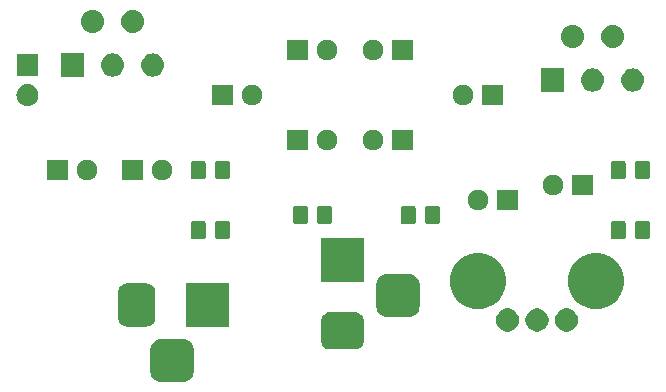
<source format=gts>
G04 #@! TF.GenerationSoftware,KiCad,Pcbnew,5.0.2+dfsg1-1~bpo9+1*
G04 #@! TF.CreationDate,2020-02-19T00:58:44-05:00*
G04 #@! TF.ProjectId,pcb_amp,7063625f-616d-4702-9e6b-696361645f70,rev?*
G04 #@! TF.SameCoordinates,Original*
G04 #@! TF.FileFunction,Soldermask,Top*
G04 #@! TF.FilePolarity,Negative*
%FSLAX46Y46*%
G04 Gerber Fmt 4.6, Leading zero omitted, Abs format (unit mm)*
G04 Created by KiCad (PCBNEW 5.0.2+dfsg1-1~bpo9+1) date Wed 19 Feb 2020 12:58:44 AM EST*
%MOMM*%
%LPD*%
G01*
G04 APERTURE LIST*
%ADD10C,0.100000*%
G04 APERTURE END LIST*
D10*
G36*
X121301630Y-109571097D02*
X121468113Y-109621599D01*
X121621545Y-109703610D01*
X121756025Y-109813975D01*
X121866390Y-109948455D01*
X121948401Y-110101887D01*
X121998903Y-110268370D01*
X122016200Y-110443991D01*
X122016200Y-112316009D01*
X121998903Y-112491630D01*
X121948401Y-112658113D01*
X121866390Y-112811545D01*
X121756025Y-112946025D01*
X121621545Y-113056390D01*
X121468113Y-113138401D01*
X121301630Y-113188903D01*
X121126009Y-113206200D01*
X119253991Y-113206200D01*
X119078370Y-113188903D01*
X118911887Y-113138401D01*
X118758455Y-113056390D01*
X118623975Y-112946025D01*
X118513610Y-112811545D01*
X118431599Y-112658113D01*
X118381097Y-112491630D01*
X118363800Y-112316009D01*
X118363800Y-110443991D01*
X118381097Y-110268370D01*
X118431599Y-110101887D01*
X118513610Y-109948455D01*
X118623975Y-109813975D01*
X118758455Y-109703610D01*
X118911887Y-109621599D01*
X119078370Y-109571097D01*
X119253991Y-109553800D01*
X121126009Y-109553800D01*
X121301630Y-109571097D01*
X121301630Y-109571097D01*
G37*
G36*
X135832243Y-107308695D02*
X135975279Y-107352085D01*
X136107098Y-107422543D01*
X136222636Y-107517364D01*
X136317457Y-107632902D01*
X136387915Y-107764721D01*
X136431305Y-107907757D01*
X136446200Y-108058991D01*
X136446200Y-109681009D01*
X136431305Y-109832243D01*
X136387915Y-109975279D01*
X136317457Y-110107098D01*
X136222636Y-110222636D01*
X136107098Y-110317457D01*
X135975279Y-110387915D01*
X135832243Y-110431305D01*
X135681009Y-110446200D01*
X133558991Y-110446200D01*
X133407757Y-110431305D01*
X133264721Y-110387915D01*
X133132902Y-110317457D01*
X133017364Y-110222636D01*
X132922543Y-110107098D01*
X132852085Y-109975279D01*
X132808695Y-109832243D01*
X132793800Y-109681009D01*
X132793800Y-108058991D01*
X132808695Y-107907757D01*
X132852085Y-107764721D01*
X132922543Y-107632902D01*
X133017364Y-107517364D01*
X133132902Y-107422543D01*
X133264721Y-107352085D01*
X133407757Y-107308695D01*
X133558991Y-107293800D01*
X135681009Y-107293800D01*
X135832243Y-107308695D01*
X135832243Y-107308695D01*
G37*
G36*
X148874749Y-107011315D02*
X149052402Y-107084902D01*
X149052404Y-107084903D01*
X149212291Y-107191736D01*
X149348264Y-107327709D01*
X149414354Y-107426619D01*
X149455098Y-107487598D01*
X149528685Y-107665251D01*
X149566200Y-107853853D01*
X149566200Y-108046147D01*
X149528685Y-108234749D01*
X149508849Y-108282636D01*
X149455097Y-108412404D01*
X149348264Y-108572291D01*
X149212291Y-108708264D01*
X149052404Y-108815097D01*
X149052403Y-108815098D01*
X149052402Y-108815098D01*
X148874749Y-108888685D01*
X148686147Y-108926200D01*
X148493853Y-108926200D01*
X148305251Y-108888685D01*
X148127598Y-108815098D01*
X148127597Y-108815098D01*
X148127596Y-108815097D01*
X147967709Y-108708264D01*
X147831736Y-108572291D01*
X147724903Y-108412404D01*
X147671151Y-108282636D01*
X147651315Y-108234749D01*
X147613800Y-108046147D01*
X147613800Y-107853853D01*
X147651315Y-107665251D01*
X147724902Y-107487598D01*
X147765647Y-107426619D01*
X147831736Y-107327709D01*
X147967709Y-107191736D01*
X148127596Y-107084903D01*
X148127598Y-107084902D01*
X148305251Y-107011315D01*
X148493853Y-106973800D01*
X148686147Y-106973800D01*
X148874749Y-107011315D01*
X148874749Y-107011315D01*
G37*
G36*
X153874749Y-107011315D02*
X154052402Y-107084902D01*
X154052404Y-107084903D01*
X154212291Y-107191736D01*
X154348264Y-107327709D01*
X154414354Y-107426619D01*
X154455098Y-107487598D01*
X154528685Y-107665251D01*
X154566200Y-107853853D01*
X154566200Y-108046147D01*
X154528685Y-108234749D01*
X154508849Y-108282636D01*
X154455097Y-108412404D01*
X154348264Y-108572291D01*
X154212291Y-108708264D01*
X154052404Y-108815097D01*
X154052403Y-108815098D01*
X154052402Y-108815098D01*
X153874749Y-108888685D01*
X153686147Y-108926200D01*
X153493853Y-108926200D01*
X153305251Y-108888685D01*
X153127598Y-108815098D01*
X153127597Y-108815098D01*
X153127596Y-108815097D01*
X152967709Y-108708264D01*
X152831736Y-108572291D01*
X152724903Y-108412404D01*
X152671151Y-108282636D01*
X152651315Y-108234749D01*
X152613800Y-108046147D01*
X152613800Y-107853853D01*
X152651315Y-107665251D01*
X152724902Y-107487598D01*
X152765647Y-107426619D01*
X152831736Y-107327709D01*
X152967709Y-107191736D01*
X153127596Y-107084903D01*
X153127598Y-107084902D01*
X153305251Y-107011315D01*
X153493853Y-106973800D01*
X153686147Y-106973800D01*
X153874749Y-107011315D01*
X153874749Y-107011315D01*
G37*
G36*
X151374749Y-107011315D02*
X151552402Y-107084902D01*
X151552404Y-107084903D01*
X151712291Y-107191736D01*
X151848264Y-107327709D01*
X151914354Y-107426619D01*
X151955098Y-107487598D01*
X152028685Y-107665251D01*
X152066200Y-107853853D01*
X152066200Y-108046147D01*
X152028685Y-108234749D01*
X152008849Y-108282636D01*
X151955097Y-108412404D01*
X151848264Y-108572291D01*
X151712291Y-108708264D01*
X151552404Y-108815097D01*
X151552403Y-108815098D01*
X151552402Y-108815098D01*
X151374749Y-108888685D01*
X151186147Y-108926200D01*
X150993853Y-108926200D01*
X150805251Y-108888685D01*
X150627598Y-108815098D01*
X150627597Y-108815098D01*
X150627596Y-108815097D01*
X150467709Y-108708264D01*
X150331736Y-108572291D01*
X150224903Y-108412404D01*
X150171151Y-108282636D01*
X150151315Y-108234749D01*
X150113800Y-108046147D01*
X150113800Y-107853853D01*
X150151315Y-107665251D01*
X150224902Y-107487598D01*
X150265647Y-107426619D01*
X150331736Y-107327709D01*
X150467709Y-107191736D01*
X150627596Y-107084903D01*
X150627598Y-107084902D01*
X150805251Y-107011315D01*
X150993853Y-106973800D01*
X151186147Y-106973800D01*
X151374749Y-107011315D01*
X151374749Y-107011315D01*
G37*
G36*
X125016200Y-108506200D02*
X121363800Y-108506200D01*
X121363800Y-104853800D01*
X125016200Y-104853800D01*
X125016200Y-108506200D01*
X125016200Y-108506200D01*
G37*
G36*
X118152243Y-104868695D02*
X118295279Y-104912085D01*
X118427098Y-104982543D01*
X118542636Y-105077364D01*
X118637457Y-105192902D01*
X118707915Y-105324721D01*
X118751305Y-105467757D01*
X118766200Y-105618991D01*
X118766200Y-107741009D01*
X118751305Y-107892243D01*
X118707915Y-108035279D01*
X118637457Y-108167098D01*
X118542636Y-108282636D01*
X118427098Y-108377457D01*
X118295279Y-108447915D01*
X118152243Y-108491305D01*
X118001009Y-108506200D01*
X116378991Y-108506200D01*
X116227757Y-108491305D01*
X116084721Y-108447915D01*
X115952902Y-108377457D01*
X115837364Y-108282636D01*
X115742543Y-108167098D01*
X115672085Y-108035279D01*
X115628695Y-107892243D01*
X115613800Y-107741009D01*
X115613800Y-105618991D01*
X115628695Y-105467757D01*
X115672085Y-105324721D01*
X115742543Y-105192902D01*
X115837364Y-105077364D01*
X115952902Y-104982543D01*
X116084721Y-104912085D01*
X116227757Y-104868695D01*
X116378991Y-104853800D01*
X118001009Y-104853800D01*
X118152243Y-104868695D01*
X118152243Y-104868695D01*
G37*
G36*
X140431630Y-104061097D02*
X140598113Y-104111599D01*
X140751545Y-104193610D01*
X140886025Y-104303975D01*
X140996390Y-104438455D01*
X141078401Y-104591887D01*
X141128903Y-104758370D01*
X141146200Y-104933991D01*
X141146200Y-106806009D01*
X141128903Y-106981630D01*
X141078401Y-107148113D01*
X140996390Y-107301545D01*
X140886025Y-107436025D01*
X140751545Y-107546390D01*
X140598113Y-107628401D01*
X140431630Y-107678903D01*
X140256009Y-107696200D01*
X138383991Y-107696200D01*
X138208370Y-107678903D01*
X138041887Y-107628401D01*
X137888455Y-107546390D01*
X137753975Y-107436025D01*
X137643610Y-107301545D01*
X137561599Y-107148113D01*
X137511097Y-106981630D01*
X137493800Y-106806009D01*
X137493800Y-104933991D01*
X137511097Y-104758370D01*
X137561599Y-104591887D01*
X137643610Y-104438455D01*
X137753975Y-104303975D01*
X137888455Y-104193610D01*
X138041887Y-104111599D01*
X138208370Y-104061097D01*
X138383991Y-104043800D01*
X140256009Y-104043800D01*
X140431630Y-104061097D01*
X140431630Y-104061097D01*
G37*
G36*
X156783114Y-102365116D02*
X157117585Y-102503659D01*
X157215553Y-102544239D01*
X157604739Y-102804285D01*
X157935715Y-103135261D01*
X158195761Y-103524447D01*
X158195762Y-103524450D01*
X158374884Y-103956886D01*
X158466200Y-104415965D01*
X158466200Y-104884035D01*
X158374884Y-105343114D01*
X158314808Y-105488149D01*
X158195761Y-105775553D01*
X157935715Y-106164739D01*
X157604739Y-106495715D01*
X157215553Y-106755761D01*
X157149551Y-106783100D01*
X156783114Y-106934884D01*
X156324035Y-107026200D01*
X155855965Y-107026200D01*
X155396886Y-106934884D01*
X155030449Y-106783100D01*
X154964447Y-106755761D01*
X154575261Y-106495715D01*
X154244285Y-106164739D01*
X153984239Y-105775553D01*
X153865192Y-105488149D01*
X153805116Y-105343114D01*
X153713800Y-104884035D01*
X153713800Y-104415965D01*
X153805116Y-103956886D01*
X153984238Y-103524450D01*
X153984239Y-103524447D01*
X154244285Y-103135261D01*
X154575261Y-102804285D01*
X154964447Y-102544239D01*
X155062415Y-102503659D01*
X155396886Y-102365116D01*
X155855965Y-102273800D01*
X156324035Y-102273800D01*
X156783114Y-102365116D01*
X156783114Y-102365116D01*
G37*
G36*
X146783114Y-102365116D02*
X147117585Y-102503659D01*
X147215553Y-102544239D01*
X147604739Y-102804285D01*
X147935715Y-103135261D01*
X148195761Y-103524447D01*
X148195762Y-103524450D01*
X148374884Y-103956886D01*
X148466200Y-104415965D01*
X148466200Y-104884035D01*
X148374884Y-105343114D01*
X148314808Y-105488149D01*
X148195761Y-105775553D01*
X147935715Y-106164739D01*
X147604739Y-106495715D01*
X147215553Y-106755761D01*
X147149551Y-106783100D01*
X146783114Y-106934884D01*
X146324035Y-107026200D01*
X145855965Y-107026200D01*
X145396886Y-106934884D01*
X145030449Y-106783100D01*
X144964447Y-106755761D01*
X144575261Y-106495715D01*
X144244285Y-106164739D01*
X143984239Y-105775553D01*
X143865192Y-105488149D01*
X143805116Y-105343114D01*
X143713800Y-104884035D01*
X143713800Y-104415965D01*
X143805116Y-103956886D01*
X143984238Y-103524450D01*
X143984239Y-103524447D01*
X144244285Y-103135261D01*
X144575261Y-102804285D01*
X144964447Y-102544239D01*
X145062415Y-102503659D01*
X145396886Y-102365116D01*
X145855965Y-102273800D01*
X146324035Y-102273800D01*
X146783114Y-102365116D01*
X146783114Y-102365116D01*
G37*
G36*
X136446200Y-104696200D02*
X132793800Y-104696200D01*
X132793800Y-101043800D01*
X136446200Y-101043800D01*
X136446200Y-104696200D01*
X136446200Y-104696200D01*
G37*
G36*
X124906368Y-99558929D02*
X124954050Y-99573393D01*
X124997992Y-99596881D01*
X125036509Y-99628491D01*
X125068119Y-99667008D01*
X125091607Y-99710950D01*
X125106071Y-99758632D01*
X125111200Y-99810709D01*
X125111200Y-100849291D01*
X125106071Y-100901368D01*
X125091607Y-100949050D01*
X125068119Y-100992992D01*
X125036509Y-101031509D01*
X124997992Y-101063119D01*
X124954050Y-101086607D01*
X124906368Y-101101071D01*
X124854291Y-101106200D01*
X124065709Y-101106200D01*
X124013632Y-101101071D01*
X123965950Y-101086607D01*
X123922008Y-101063119D01*
X123883491Y-101031509D01*
X123851881Y-100992992D01*
X123828393Y-100949050D01*
X123813929Y-100901368D01*
X123808800Y-100849291D01*
X123808800Y-99810709D01*
X123813929Y-99758632D01*
X123828393Y-99710950D01*
X123851881Y-99667008D01*
X123883491Y-99628491D01*
X123922008Y-99596881D01*
X123965950Y-99573393D01*
X124013632Y-99558929D01*
X124065709Y-99553800D01*
X124854291Y-99553800D01*
X124906368Y-99558929D01*
X124906368Y-99558929D01*
G37*
G36*
X158416368Y-99558929D02*
X158464050Y-99573393D01*
X158507992Y-99596881D01*
X158546509Y-99628491D01*
X158578119Y-99667008D01*
X158601607Y-99710950D01*
X158616071Y-99758632D01*
X158621200Y-99810709D01*
X158621200Y-100849291D01*
X158616071Y-100901368D01*
X158601607Y-100949050D01*
X158578119Y-100992992D01*
X158546509Y-101031509D01*
X158507992Y-101063119D01*
X158464050Y-101086607D01*
X158416368Y-101101071D01*
X158364291Y-101106200D01*
X157575709Y-101106200D01*
X157523632Y-101101071D01*
X157475950Y-101086607D01*
X157432008Y-101063119D01*
X157393491Y-101031509D01*
X157361881Y-100992992D01*
X157338393Y-100949050D01*
X157323929Y-100901368D01*
X157318800Y-100849291D01*
X157318800Y-99810709D01*
X157323929Y-99758632D01*
X157338393Y-99710950D01*
X157361881Y-99667008D01*
X157393491Y-99628491D01*
X157432008Y-99596881D01*
X157475950Y-99573393D01*
X157523632Y-99558929D01*
X157575709Y-99553800D01*
X158364291Y-99553800D01*
X158416368Y-99558929D01*
X158416368Y-99558929D01*
G37*
G36*
X160466368Y-99558929D02*
X160514050Y-99573393D01*
X160557992Y-99596881D01*
X160596509Y-99628491D01*
X160628119Y-99667008D01*
X160651607Y-99710950D01*
X160666071Y-99758632D01*
X160671200Y-99810709D01*
X160671200Y-100849291D01*
X160666071Y-100901368D01*
X160651607Y-100949050D01*
X160628119Y-100992992D01*
X160596509Y-101031509D01*
X160557992Y-101063119D01*
X160514050Y-101086607D01*
X160466368Y-101101071D01*
X160414291Y-101106200D01*
X159625709Y-101106200D01*
X159573632Y-101101071D01*
X159525950Y-101086607D01*
X159482008Y-101063119D01*
X159443491Y-101031509D01*
X159411881Y-100992992D01*
X159388393Y-100949050D01*
X159373929Y-100901368D01*
X159368800Y-100849291D01*
X159368800Y-99810709D01*
X159373929Y-99758632D01*
X159388393Y-99710950D01*
X159411881Y-99667008D01*
X159443491Y-99628491D01*
X159482008Y-99596881D01*
X159525950Y-99573393D01*
X159573632Y-99558929D01*
X159625709Y-99553800D01*
X160414291Y-99553800D01*
X160466368Y-99558929D01*
X160466368Y-99558929D01*
G37*
G36*
X122856368Y-99558929D02*
X122904050Y-99573393D01*
X122947992Y-99596881D01*
X122986509Y-99628491D01*
X123018119Y-99667008D01*
X123041607Y-99710950D01*
X123056071Y-99758632D01*
X123061200Y-99810709D01*
X123061200Y-100849291D01*
X123056071Y-100901368D01*
X123041607Y-100949050D01*
X123018119Y-100992992D01*
X122986509Y-101031509D01*
X122947992Y-101063119D01*
X122904050Y-101086607D01*
X122856368Y-101101071D01*
X122804291Y-101106200D01*
X122015709Y-101106200D01*
X121963632Y-101101071D01*
X121915950Y-101086607D01*
X121872008Y-101063119D01*
X121833491Y-101031509D01*
X121801881Y-100992992D01*
X121778393Y-100949050D01*
X121763929Y-100901368D01*
X121758800Y-100849291D01*
X121758800Y-99810709D01*
X121763929Y-99758632D01*
X121778393Y-99710950D01*
X121801881Y-99667008D01*
X121833491Y-99628491D01*
X121872008Y-99596881D01*
X121915950Y-99573393D01*
X121963632Y-99558929D01*
X122015709Y-99553800D01*
X122804291Y-99553800D01*
X122856368Y-99558929D01*
X122856368Y-99558929D01*
G37*
G36*
X131501368Y-98288929D02*
X131549050Y-98303393D01*
X131592992Y-98326881D01*
X131631509Y-98358491D01*
X131663119Y-98397008D01*
X131686607Y-98440950D01*
X131701071Y-98488632D01*
X131706200Y-98540709D01*
X131706200Y-99579291D01*
X131701071Y-99631368D01*
X131686607Y-99679050D01*
X131663119Y-99722992D01*
X131631509Y-99761509D01*
X131592992Y-99793119D01*
X131549050Y-99816607D01*
X131501368Y-99831071D01*
X131449291Y-99836200D01*
X130660709Y-99836200D01*
X130608632Y-99831071D01*
X130560950Y-99816607D01*
X130517008Y-99793119D01*
X130478491Y-99761509D01*
X130446881Y-99722992D01*
X130423393Y-99679050D01*
X130408929Y-99631368D01*
X130403800Y-99579291D01*
X130403800Y-98540709D01*
X130408929Y-98488632D01*
X130423393Y-98440950D01*
X130446881Y-98397008D01*
X130478491Y-98358491D01*
X130517008Y-98326881D01*
X130560950Y-98303393D01*
X130608632Y-98288929D01*
X130660709Y-98283800D01*
X131449291Y-98283800D01*
X131501368Y-98288929D01*
X131501368Y-98288929D01*
G37*
G36*
X133551368Y-98288929D02*
X133599050Y-98303393D01*
X133642992Y-98326881D01*
X133681509Y-98358491D01*
X133713119Y-98397008D01*
X133736607Y-98440950D01*
X133751071Y-98488632D01*
X133756200Y-98540709D01*
X133756200Y-99579291D01*
X133751071Y-99631368D01*
X133736607Y-99679050D01*
X133713119Y-99722992D01*
X133681509Y-99761509D01*
X133642992Y-99793119D01*
X133599050Y-99816607D01*
X133551368Y-99831071D01*
X133499291Y-99836200D01*
X132710709Y-99836200D01*
X132658632Y-99831071D01*
X132610950Y-99816607D01*
X132567008Y-99793119D01*
X132528491Y-99761509D01*
X132496881Y-99722992D01*
X132473393Y-99679050D01*
X132458929Y-99631368D01*
X132453800Y-99579291D01*
X132453800Y-98540709D01*
X132458929Y-98488632D01*
X132473393Y-98440950D01*
X132496881Y-98397008D01*
X132528491Y-98358491D01*
X132567008Y-98326881D01*
X132610950Y-98303393D01*
X132658632Y-98288929D01*
X132710709Y-98283800D01*
X133499291Y-98283800D01*
X133551368Y-98288929D01*
X133551368Y-98288929D01*
G37*
G36*
X142686368Y-98288929D02*
X142734050Y-98303393D01*
X142777992Y-98326881D01*
X142816509Y-98358491D01*
X142848119Y-98397008D01*
X142871607Y-98440950D01*
X142886071Y-98488632D01*
X142891200Y-98540709D01*
X142891200Y-99579291D01*
X142886071Y-99631368D01*
X142871607Y-99679050D01*
X142848119Y-99722992D01*
X142816509Y-99761509D01*
X142777992Y-99793119D01*
X142734050Y-99816607D01*
X142686368Y-99831071D01*
X142634291Y-99836200D01*
X141845709Y-99836200D01*
X141793632Y-99831071D01*
X141745950Y-99816607D01*
X141702008Y-99793119D01*
X141663491Y-99761509D01*
X141631881Y-99722992D01*
X141608393Y-99679050D01*
X141593929Y-99631368D01*
X141588800Y-99579291D01*
X141588800Y-98540709D01*
X141593929Y-98488632D01*
X141608393Y-98440950D01*
X141631881Y-98397008D01*
X141663491Y-98358491D01*
X141702008Y-98326881D01*
X141745950Y-98303393D01*
X141793632Y-98288929D01*
X141845709Y-98283800D01*
X142634291Y-98283800D01*
X142686368Y-98288929D01*
X142686368Y-98288929D01*
G37*
G36*
X140636368Y-98288929D02*
X140684050Y-98303393D01*
X140727992Y-98326881D01*
X140766509Y-98358491D01*
X140798119Y-98397008D01*
X140821607Y-98440950D01*
X140836071Y-98488632D01*
X140841200Y-98540709D01*
X140841200Y-99579291D01*
X140836071Y-99631368D01*
X140821607Y-99679050D01*
X140798119Y-99722992D01*
X140766509Y-99761509D01*
X140727992Y-99793119D01*
X140684050Y-99816607D01*
X140636368Y-99831071D01*
X140584291Y-99836200D01*
X139795709Y-99836200D01*
X139743632Y-99831071D01*
X139695950Y-99816607D01*
X139652008Y-99793119D01*
X139613491Y-99761509D01*
X139581881Y-99722992D01*
X139558393Y-99679050D01*
X139543929Y-99631368D01*
X139538800Y-99579291D01*
X139538800Y-98540709D01*
X139543929Y-98488632D01*
X139558393Y-98440950D01*
X139581881Y-98397008D01*
X139613491Y-98358491D01*
X139652008Y-98326881D01*
X139695950Y-98303393D01*
X139743632Y-98288929D01*
X139795709Y-98283800D01*
X140584291Y-98283800D01*
X140636368Y-98288929D01*
X140636368Y-98288929D01*
G37*
G36*
X149466200Y-98666200D02*
X147713800Y-98666200D01*
X147713800Y-96913800D01*
X149466200Y-96913800D01*
X149466200Y-98666200D01*
X149466200Y-98666200D01*
G37*
G36*
X146345578Y-96947471D02*
X146505037Y-97013521D01*
X146648545Y-97109411D01*
X146770589Y-97231455D01*
X146866479Y-97374963D01*
X146932529Y-97534422D01*
X146966200Y-97703702D01*
X146966200Y-97876298D01*
X146932529Y-98045578D01*
X146866479Y-98205037D01*
X146770589Y-98348545D01*
X146648545Y-98470589D01*
X146505037Y-98566479D01*
X146345578Y-98632529D01*
X146176298Y-98666200D01*
X146003702Y-98666200D01*
X145834422Y-98632529D01*
X145674963Y-98566479D01*
X145531455Y-98470589D01*
X145409411Y-98348545D01*
X145313521Y-98205037D01*
X145247471Y-98045578D01*
X145213800Y-97876298D01*
X145213800Y-97703702D01*
X145247471Y-97534422D01*
X145313521Y-97374963D01*
X145409411Y-97231455D01*
X145531455Y-97109411D01*
X145674963Y-97013521D01*
X145834422Y-96947471D01*
X146003702Y-96913800D01*
X146176298Y-96913800D01*
X146345578Y-96947471D01*
X146345578Y-96947471D01*
G37*
G36*
X155816200Y-97396200D02*
X154063800Y-97396200D01*
X154063800Y-95643800D01*
X155816200Y-95643800D01*
X155816200Y-97396200D01*
X155816200Y-97396200D01*
G37*
G36*
X152695578Y-95677471D02*
X152855037Y-95743521D01*
X152998545Y-95839411D01*
X153120589Y-95961455D01*
X153216479Y-96104963D01*
X153282529Y-96264422D01*
X153316200Y-96433702D01*
X153316200Y-96606298D01*
X153282529Y-96775578D01*
X153216479Y-96935037D01*
X153120589Y-97078545D01*
X152998545Y-97200589D01*
X152855037Y-97296479D01*
X152695578Y-97362529D01*
X152526298Y-97396200D01*
X152353702Y-97396200D01*
X152184422Y-97362529D01*
X152024963Y-97296479D01*
X151881455Y-97200589D01*
X151759411Y-97078545D01*
X151663521Y-96935037D01*
X151597471Y-96775578D01*
X151563800Y-96606298D01*
X151563800Y-96433702D01*
X151597471Y-96264422D01*
X151663521Y-96104963D01*
X151759411Y-95961455D01*
X151881455Y-95839411D01*
X152024963Y-95743521D01*
X152184422Y-95677471D01*
X152353702Y-95643800D01*
X152526298Y-95643800D01*
X152695578Y-95677471D01*
X152695578Y-95677471D01*
G37*
G36*
X117716200Y-96126200D02*
X115963800Y-96126200D01*
X115963800Y-94373800D01*
X117716200Y-94373800D01*
X117716200Y-96126200D01*
X117716200Y-96126200D01*
G37*
G36*
X113245578Y-94407471D02*
X113405037Y-94473521D01*
X113548545Y-94569411D01*
X113670589Y-94691455D01*
X113766479Y-94834963D01*
X113832529Y-94994422D01*
X113866200Y-95163702D01*
X113866200Y-95336298D01*
X113832529Y-95505578D01*
X113766479Y-95665037D01*
X113670589Y-95808545D01*
X113548545Y-95930589D01*
X113405037Y-96026479D01*
X113245578Y-96092529D01*
X113076298Y-96126200D01*
X112903702Y-96126200D01*
X112734422Y-96092529D01*
X112574963Y-96026479D01*
X112431455Y-95930589D01*
X112309411Y-95808545D01*
X112213521Y-95665037D01*
X112147471Y-95505578D01*
X112113800Y-95336298D01*
X112113800Y-95163702D01*
X112147471Y-94994422D01*
X112213521Y-94834963D01*
X112309411Y-94691455D01*
X112431455Y-94569411D01*
X112574963Y-94473521D01*
X112734422Y-94407471D01*
X112903702Y-94373800D01*
X113076298Y-94373800D01*
X113245578Y-94407471D01*
X113245578Y-94407471D01*
G37*
G36*
X111366200Y-96126200D02*
X109613800Y-96126200D01*
X109613800Y-94373800D01*
X111366200Y-94373800D01*
X111366200Y-96126200D01*
X111366200Y-96126200D01*
G37*
G36*
X119595578Y-94407471D02*
X119755037Y-94473521D01*
X119898545Y-94569411D01*
X120020589Y-94691455D01*
X120116479Y-94834963D01*
X120182529Y-94994422D01*
X120216200Y-95163702D01*
X120216200Y-95336298D01*
X120182529Y-95505578D01*
X120116479Y-95665037D01*
X120020589Y-95808545D01*
X119898545Y-95930589D01*
X119755037Y-96026479D01*
X119595578Y-96092529D01*
X119426298Y-96126200D01*
X119253702Y-96126200D01*
X119084422Y-96092529D01*
X118924963Y-96026479D01*
X118781455Y-95930589D01*
X118659411Y-95808545D01*
X118563521Y-95665037D01*
X118497471Y-95505578D01*
X118463800Y-95336298D01*
X118463800Y-95163702D01*
X118497471Y-94994422D01*
X118563521Y-94834963D01*
X118659411Y-94691455D01*
X118781455Y-94569411D01*
X118924963Y-94473521D01*
X119084422Y-94407471D01*
X119253702Y-94373800D01*
X119426298Y-94373800D01*
X119595578Y-94407471D01*
X119595578Y-94407471D01*
G37*
G36*
X158416368Y-94478929D02*
X158464050Y-94493393D01*
X158507992Y-94516881D01*
X158546509Y-94548491D01*
X158578119Y-94587008D01*
X158601607Y-94630950D01*
X158616071Y-94678632D01*
X158621200Y-94730709D01*
X158621200Y-95769291D01*
X158616071Y-95821368D01*
X158601607Y-95869050D01*
X158578119Y-95912992D01*
X158546509Y-95951509D01*
X158507992Y-95983119D01*
X158464050Y-96006607D01*
X158416368Y-96021071D01*
X158364291Y-96026200D01*
X157575709Y-96026200D01*
X157523632Y-96021071D01*
X157475950Y-96006607D01*
X157432008Y-95983119D01*
X157393491Y-95951509D01*
X157361881Y-95912992D01*
X157338393Y-95869050D01*
X157323929Y-95821368D01*
X157318800Y-95769291D01*
X157318800Y-94730709D01*
X157323929Y-94678632D01*
X157338393Y-94630950D01*
X157361881Y-94587008D01*
X157393491Y-94548491D01*
X157432008Y-94516881D01*
X157475950Y-94493393D01*
X157523632Y-94478929D01*
X157575709Y-94473800D01*
X158364291Y-94473800D01*
X158416368Y-94478929D01*
X158416368Y-94478929D01*
G37*
G36*
X122856368Y-94478929D02*
X122904050Y-94493393D01*
X122947992Y-94516881D01*
X122986509Y-94548491D01*
X123018119Y-94587008D01*
X123041607Y-94630950D01*
X123056071Y-94678632D01*
X123061200Y-94730709D01*
X123061200Y-95769291D01*
X123056071Y-95821368D01*
X123041607Y-95869050D01*
X123018119Y-95912992D01*
X122986509Y-95951509D01*
X122947992Y-95983119D01*
X122904050Y-96006607D01*
X122856368Y-96021071D01*
X122804291Y-96026200D01*
X122015709Y-96026200D01*
X121963632Y-96021071D01*
X121915950Y-96006607D01*
X121872008Y-95983119D01*
X121833491Y-95951509D01*
X121801881Y-95912992D01*
X121778393Y-95869050D01*
X121763929Y-95821368D01*
X121758800Y-95769291D01*
X121758800Y-94730709D01*
X121763929Y-94678632D01*
X121778393Y-94630950D01*
X121801881Y-94587008D01*
X121833491Y-94548491D01*
X121872008Y-94516881D01*
X121915950Y-94493393D01*
X121963632Y-94478929D01*
X122015709Y-94473800D01*
X122804291Y-94473800D01*
X122856368Y-94478929D01*
X122856368Y-94478929D01*
G37*
G36*
X160466368Y-94478929D02*
X160514050Y-94493393D01*
X160557992Y-94516881D01*
X160596509Y-94548491D01*
X160628119Y-94587008D01*
X160651607Y-94630950D01*
X160666071Y-94678632D01*
X160671200Y-94730709D01*
X160671200Y-95769291D01*
X160666071Y-95821368D01*
X160651607Y-95869050D01*
X160628119Y-95912992D01*
X160596509Y-95951509D01*
X160557992Y-95983119D01*
X160514050Y-96006607D01*
X160466368Y-96021071D01*
X160414291Y-96026200D01*
X159625709Y-96026200D01*
X159573632Y-96021071D01*
X159525950Y-96006607D01*
X159482008Y-95983119D01*
X159443491Y-95951509D01*
X159411881Y-95912992D01*
X159388393Y-95869050D01*
X159373929Y-95821368D01*
X159368800Y-95769291D01*
X159368800Y-94730709D01*
X159373929Y-94678632D01*
X159388393Y-94630950D01*
X159411881Y-94587008D01*
X159443491Y-94548491D01*
X159482008Y-94516881D01*
X159525950Y-94493393D01*
X159573632Y-94478929D01*
X159625709Y-94473800D01*
X160414291Y-94473800D01*
X160466368Y-94478929D01*
X160466368Y-94478929D01*
G37*
G36*
X124906368Y-94478929D02*
X124954050Y-94493393D01*
X124997992Y-94516881D01*
X125036509Y-94548491D01*
X125068119Y-94587008D01*
X125091607Y-94630950D01*
X125106071Y-94678632D01*
X125111200Y-94730709D01*
X125111200Y-95769291D01*
X125106071Y-95821368D01*
X125091607Y-95869050D01*
X125068119Y-95912992D01*
X125036509Y-95951509D01*
X124997992Y-95983119D01*
X124954050Y-96006607D01*
X124906368Y-96021071D01*
X124854291Y-96026200D01*
X124065709Y-96026200D01*
X124013632Y-96021071D01*
X123965950Y-96006607D01*
X123922008Y-95983119D01*
X123883491Y-95951509D01*
X123851881Y-95912992D01*
X123828393Y-95869050D01*
X123813929Y-95821368D01*
X123808800Y-95769291D01*
X123808800Y-94730709D01*
X123813929Y-94678632D01*
X123828393Y-94630950D01*
X123851881Y-94587008D01*
X123883491Y-94548491D01*
X123922008Y-94516881D01*
X123965950Y-94493393D01*
X124013632Y-94478929D01*
X124065709Y-94473800D01*
X124854291Y-94473800D01*
X124906368Y-94478929D01*
X124906368Y-94478929D01*
G37*
G36*
X131686200Y-93586200D02*
X129933800Y-93586200D01*
X129933800Y-91833800D01*
X131686200Y-91833800D01*
X131686200Y-93586200D01*
X131686200Y-93586200D01*
G37*
G36*
X140576200Y-93586200D02*
X138823800Y-93586200D01*
X138823800Y-91833800D01*
X140576200Y-91833800D01*
X140576200Y-93586200D01*
X140576200Y-93586200D01*
G37*
G36*
X137455578Y-91867471D02*
X137615037Y-91933521D01*
X137758545Y-92029411D01*
X137880589Y-92151455D01*
X137976479Y-92294963D01*
X138042529Y-92454422D01*
X138076200Y-92623702D01*
X138076200Y-92796298D01*
X138042529Y-92965578D01*
X137976479Y-93125037D01*
X137880589Y-93268545D01*
X137758545Y-93390589D01*
X137615037Y-93486479D01*
X137455578Y-93552529D01*
X137286298Y-93586200D01*
X137113702Y-93586200D01*
X136944422Y-93552529D01*
X136784963Y-93486479D01*
X136641455Y-93390589D01*
X136519411Y-93268545D01*
X136423521Y-93125037D01*
X136357471Y-92965578D01*
X136323800Y-92796298D01*
X136323800Y-92623702D01*
X136357471Y-92454422D01*
X136423521Y-92294963D01*
X136519411Y-92151455D01*
X136641455Y-92029411D01*
X136784963Y-91933521D01*
X136944422Y-91867471D01*
X137113702Y-91833800D01*
X137286298Y-91833800D01*
X137455578Y-91867471D01*
X137455578Y-91867471D01*
G37*
G36*
X133565578Y-91867471D02*
X133725037Y-91933521D01*
X133868545Y-92029411D01*
X133990589Y-92151455D01*
X134086479Y-92294963D01*
X134152529Y-92454422D01*
X134186200Y-92623702D01*
X134186200Y-92796298D01*
X134152529Y-92965578D01*
X134086479Y-93125037D01*
X133990589Y-93268545D01*
X133868545Y-93390589D01*
X133725037Y-93486479D01*
X133565578Y-93552529D01*
X133396298Y-93586200D01*
X133223702Y-93586200D01*
X133054422Y-93552529D01*
X132894963Y-93486479D01*
X132751455Y-93390589D01*
X132629411Y-93268545D01*
X132533521Y-93125037D01*
X132467471Y-92965578D01*
X132433800Y-92796298D01*
X132433800Y-92623702D01*
X132467471Y-92454422D01*
X132533521Y-92294963D01*
X132629411Y-92151455D01*
X132751455Y-92029411D01*
X132894963Y-91933521D01*
X133054422Y-91867471D01*
X133223702Y-91833800D01*
X133396298Y-91833800D01*
X133565578Y-91867471D01*
X133565578Y-91867471D01*
G37*
G36*
X108131563Y-87987201D02*
X108131566Y-87987202D01*
X108131567Y-87987202D01*
X108306156Y-88040163D01*
X108467059Y-88126167D01*
X108608091Y-88241909D01*
X108723833Y-88382941D01*
X108778365Y-88484964D01*
X108809837Y-88543844D01*
X108862799Y-88718437D01*
X108880682Y-88900000D01*
X108862799Y-89081563D01*
X108862798Y-89081566D01*
X108862798Y-89081567D01*
X108809837Y-89256156D01*
X108723833Y-89417059D01*
X108608091Y-89558091D01*
X108467059Y-89673833D01*
X108306156Y-89759837D01*
X108131567Y-89812798D01*
X108131566Y-89812798D01*
X108131563Y-89812799D01*
X107995501Y-89826200D01*
X107904499Y-89826200D01*
X107768437Y-89812799D01*
X107768434Y-89812798D01*
X107768433Y-89812798D01*
X107593844Y-89759837D01*
X107432941Y-89673833D01*
X107291909Y-89558091D01*
X107176167Y-89417059D01*
X107090163Y-89256156D01*
X107037202Y-89081567D01*
X107037202Y-89081566D01*
X107037201Y-89081563D01*
X107019318Y-88900000D01*
X107037201Y-88718437D01*
X107090163Y-88543844D01*
X107121635Y-88484964D01*
X107176167Y-88382941D01*
X107291909Y-88241909D01*
X107432941Y-88126167D01*
X107593844Y-88040163D01*
X107768433Y-87987202D01*
X107768434Y-87987202D01*
X107768437Y-87987201D01*
X107904499Y-87973800D01*
X107995501Y-87973800D01*
X108131563Y-87987201D01*
X108131563Y-87987201D01*
G37*
G36*
X148196200Y-89776200D02*
X146443800Y-89776200D01*
X146443800Y-88023800D01*
X148196200Y-88023800D01*
X148196200Y-89776200D01*
X148196200Y-89776200D01*
G37*
G36*
X145075578Y-88057471D02*
X145235037Y-88123521D01*
X145378545Y-88219411D01*
X145500589Y-88341455D01*
X145596479Y-88484963D01*
X145662529Y-88644422D01*
X145696200Y-88813702D01*
X145696200Y-88986298D01*
X145662529Y-89155578D01*
X145596479Y-89315037D01*
X145500589Y-89458545D01*
X145378545Y-89580589D01*
X145235037Y-89676479D01*
X145075578Y-89742529D01*
X144906298Y-89776200D01*
X144733702Y-89776200D01*
X144564422Y-89742529D01*
X144404963Y-89676479D01*
X144261455Y-89580589D01*
X144139411Y-89458545D01*
X144043521Y-89315037D01*
X143977471Y-89155578D01*
X143943800Y-88986298D01*
X143943800Y-88813702D01*
X143977471Y-88644422D01*
X144043521Y-88484963D01*
X144139411Y-88341455D01*
X144261455Y-88219411D01*
X144404963Y-88123521D01*
X144564422Y-88057471D01*
X144733702Y-88023800D01*
X144906298Y-88023800D01*
X145075578Y-88057471D01*
X145075578Y-88057471D01*
G37*
G36*
X127215578Y-88057471D02*
X127375037Y-88123521D01*
X127518545Y-88219411D01*
X127640589Y-88341455D01*
X127736479Y-88484963D01*
X127802529Y-88644422D01*
X127836200Y-88813702D01*
X127836200Y-88986298D01*
X127802529Y-89155578D01*
X127736479Y-89315037D01*
X127640589Y-89458545D01*
X127518545Y-89580589D01*
X127375037Y-89676479D01*
X127215578Y-89742529D01*
X127046298Y-89776200D01*
X126873702Y-89776200D01*
X126704422Y-89742529D01*
X126544963Y-89676479D01*
X126401455Y-89580589D01*
X126279411Y-89458545D01*
X126183521Y-89315037D01*
X126117471Y-89155578D01*
X126083800Y-88986298D01*
X126083800Y-88813702D01*
X126117471Y-88644422D01*
X126183521Y-88484963D01*
X126279411Y-88341455D01*
X126401455Y-88219411D01*
X126544963Y-88123521D01*
X126704422Y-88057471D01*
X126873702Y-88023800D01*
X127046298Y-88023800D01*
X127215578Y-88057471D01*
X127215578Y-88057471D01*
G37*
G36*
X125336200Y-89776200D02*
X123583800Y-89776200D01*
X123583800Y-88023800D01*
X125336200Y-88023800D01*
X125336200Y-89776200D01*
X125336200Y-89776200D01*
G37*
G36*
X159391365Y-86667924D02*
X159391368Y-86667925D01*
X159391369Y-86667925D01*
X159575383Y-86723745D01*
X159744972Y-86814392D01*
X159893617Y-86936383D01*
X160015608Y-87085028D01*
X160106255Y-87254617D01*
X160126718Y-87322075D01*
X160162076Y-87438635D01*
X160180924Y-87630000D01*
X160162076Y-87821365D01*
X160162075Y-87821368D01*
X160162075Y-87821369D01*
X160106255Y-88005383D01*
X160015608Y-88174972D01*
X159893617Y-88323617D01*
X159744972Y-88445608D01*
X159575383Y-88536255D01*
X159391369Y-88592075D01*
X159391368Y-88592075D01*
X159391365Y-88592076D01*
X159247960Y-88606200D01*
X159152040Y-88606200D01*
X159008635Y-88592076D01*
X159008632Y-88592075D01*
X159008631Y-88592075D01*
X158824617Y-88536255D01*
X158655028Y-88445608D01*
X158506383Y-88323617D01*
X158384392Y-88174972D01*
X158293745Y-88005383D01*
X158237925Y-87821369D01*
X158237925Y-87821368D01*
X158237924Y-87821365D01*
X158219076Y-87630000D01*
X158237924Y-87438635D01*
X158273282Y-87322075D01*
X158293745Y-87254617D01*
X158384392Y-87085028D01*
X158506383Y-86936383D01*
X158655028Y-86814392D01*
X158824617Y-86723745D01*
X159008631Y-86667925D01*
X159008632Y-86667925D01*
X159008635Y-86667924D01*
X159152040Y-86653800D01*
X159247960Y-86653800D01*
X159391365Y-86667924D01*
X159391365Y-86667924D01*
G37*
G36*
X155991365Y-86667924D02*
X155991368Y-86667925D01*
X155991369Y-86667925D01*
X156175383Y-86723745D01*
X156344972Y-86814392D01*
X156493617Y-86936383D01*
X156615608Y-87085028D01*
X156706255Y-87254617D01*
X156726718Y-87322075D01*
X156762076Y-87438635D01*
X156780924Y-87630000D01*
X156762076Y-87821365D01*
X156762075Y-87821368D01*
X156762075Y-87821369D01*
X156706255Y-88005383D01*
X156615608Y-88174972D01*
X156493617Y-88323617D01*
X156344972Y-88445608D01*
X156175383Y-88536255D01*
X155991369Y-88592075D01*
X155991368Y-88592075D01*
X155991365Y-88592076D01*
X155847960Y-88606200D01*
X155752040Y-88606200D01*
X155608635Y-88592076D01*
X155608632Y-88592075D01*
X155608631Y-88592075D01*
X155424617Y-88536255D01*
X155255028Y-88445608D01*
X155106383Y-88323617D01*
X154984392Y-88174972D01*
X154893745Y-88005383D01*
X154837925Y-87821369D01*
X154837925Y-87821368D01*
X154837924Y-87821365D01*
X154819076Y-87630000D01*
X154837924Y-87438635D01*
X154873282Y-87322075D01*
X154893745Y-87254617D01*
X154984392Y-87085028D01*
X155106383Y-86936383D01*
X155255028Y-86814392D01*
X155424617Y-86723745D01*
X155608631Y-86667925D01*
X155608632Y-86667925D01*
X155608635Y-86667924D01*
X155752040Y-86653800D01*
X155847960Y-86653800D01*
X155991365Y-86667924D01*
X155991365Y-86667924D01*
G37*
G36*
X153376200Y-88606200D02*
X151423800Y-88606200D01*
X151423800Y-86653800D01*
X153376200Y-86653800D01*
X153376200Y-88606200D01*
X153376200Y-88606200D01*
G37*
G36*
X118751365Y-85397924D02*
X118751368Y-85397925D01*
X118751369Y-85397925D01*
X118935383Y-85453745D01*
X119104972Y-85544392D01*
X119253617Y-85666383D01*
X119375608Y-85815028D01*
X119466255Y-85984617D01*
X119466255Y-85984618D01*
X119522076Y-86168635D01*
X119540924Y-86360000D01*
X119522076Y-86551365D01*
X119522075Y-86551368D01*
X119522075Y-86551369D01*
X119466255Y-86735383D01*
X119375608Y-86904972D01*
X119253617Y-87053617D01*
X119104972Y-87175608D01*
X118935383Y-87266255D01*
X118751369Y-87322075D01*
X118751368Y-87322075D01*
X118751365Y-87322076D01*
X118607960Y-87336200D01*
X118512040Y-87336200D01*
X118368635Y-87322076D01*
X118368632Y-87322075D01*
X118368631Y-87322075D01*
X118184617Y-87266255D01*
X118015028Y-87175608D01*
X117866383Y-87053617D01*
X117744392Y-86904972D01*
X117653745Y-86735383D01*
X117597925Y-86551369D01*
X117597925Y-86551368D01*
X117597924Y-86551365D01*
X117579076Y-86360000D01*
X117597924Y-86168635D01*
X117653745Y-85984618D01*
X117653745Y-85984617D01*
X117744392Y-85815028D01*
X117866383Y-85666383D01*
X118015028Y-85544392D01*
X118184617Y-85453745D01*
X118368631Y-85397925D01*
X118368632Y-85397925D01*
X118368635Y-85397924D01*
X118512040Y-85383800D01*
X118607960Y-85383800D01*
X118751365Y-85397924D01*
X118751365Y-85397924D01*
G37*
G36*
X115351365Y-85397924D02*
X115351368Y-85397925D01*
X115351369Y-85397925D01*
X115535383Y-85453745D01*
X115704972Y-85544392D01*
X115853617Y-85666383D01*
X115975608Y-85815028D01*
X116066255Y-85984617D01*
X116066255Y-85984618D01*
X116122076Y-86168635D01*
X116140924Y-86360000D01*
X116122076Y-86551365D01*
X116122075Y-86551368D01*
X116122075Y-86551369D01*
X116066255Y-86735383D01*
X115975608Y-86904972D01*
X115853617Y-87053617D01*
X115704972Y-87175608D01*
X115535383Y-87266255D01*
X115351369Y-87322075D01*
X115351368Y-87322075D01*
X115351365Y-87322076D01*
X115207960Y-87336200D01*
X115112040Y-87336200D01*
X114968635Y-87322076D01*
X114968632Y-87322075D01*
X114968631Y-87322075D01*
X114784617Y-87266255D01*
X114615028Y-87175608D01*
X114466383Y-87053617D01*
X114344392Y-86904972D01*
X114253745Y-86735383D01*
X114197925Y-86551369D01*
X114197925Y-86551368D01*
X114197924Y-86551365D01*
X114179076Y-86360000D01*
X114197924Y-86168635D01*
X114253745Y-85984618D01*
X114253745Y-85984617D01*
X114344392Y-85815028D01*
X114466383Y-85666383D01*
X114615028Y-85544392D01*
X114784617Y-85453745D01*
X114968631Y-85397925D01*
X114968632Y-85397925D01*
X114968635Y-85397924D01*
X115112040Y-85383800D01*
X115207960Y-85383800D01*
X115351365Y-85397924D01*
X115351365Y-85397924D01*
G37*
G36*
X112736200Y-87336200D02*
X110783800Y-87336200D01*
X110783800Y-85383800D01*
X112736200Y-85383800D01*
X112736200Y-87336200D01*
X112736200Y-87336200D01*
G37*
G36*
X108876200Y-87286200D02*
X107023800Y-87286200D01*
X107023800Y-85433800D01*
X108876200Y-85433800D01*
X108876200Y-87286200D01*
X108876200Y-87286200D01*
G37*
G36*
X131686200Y-85966200D02*
X129933800Y-85966200D01*
X129933800Y-84213800D01*
X131686200Y-84213800D01*
X131686200Y-85966200D01*
X131686200Y-85966200D01*
G37*
G36*
X133565578Y-84247471D02*
X133725037Y-84313521D01*
X133868545Y-84409411D01*
X133990589Y-84531455D01*
X134086479Y-84674963D01*
X134152529Y-84834422D01*
X134186200Y-85003702D01*
X134186200Y-85176298D01*
X134152529Y-85345578D01*
X134086479Y-85505037D01*
X133990589Y-85648545D01*
X133868545Y-85770589D01*
X133725037Y-85866479D01*
X133565578Y-85932529D01*
X133396298Y-85966200D01*
X133223702Y-85966200D01*
X133054422Y-85932529D01*
X132894963Y-85866479D01*
X132751455Y-85770589D01*
X132629411Y-85648545D01*
X132533521Y-85505037D01*
X132467471Y-85345578D01*
X132433800Y-85176298D01*
X132433800Y-85003702D01*
X132467471Y-84834422D01*
X132533521Y-84674963D01*
X132629411Y-84531455D01*
X132751455Y-84409411D01*
X132894963Y-84313521D01*
X133054422Y-84247471D01*
X133223702Y-84213800D01*
X133396298Y-84213800D01*
X133565578Y-84247471D01*
X133565578Y-84247471D01*
G37*
G36*
X137455578Y-84247471D02*
X137615037Y-84313521D01*
X137758545Y-84409411D01*
X137880589Y-84531455D01*
X137976479Y-84674963D01*
X138042529Y-84834422D01*
X138076200Y-85003702D01*
X138076200Y-85176298D01*
X138042529Y-85345578D01*
X137976479Y-85505037D01*
X137880589Y-85648545D01*
X137758545Y-85770589D01*
X137615037Y-85866479D01*
X137455578Y-85932529D01*
X137286298Y-85966200D01*
X137113702Y-85966200D01*
X136944422Y-85932529D01*
X136784963Y-85866479D01*
X136641455Y-85770589D01*
X136519411Y-85648545D01*
X136423521Y-85505037D01*
X136357471Y-85345578D01*
X136323800Y-85176298D01*
X136323800Y-85003702D01*
X136357471Y-84834422D01*
X136423521Y-84674963D01*
X136519411Y-84531455D01*
X136641455Y-84409411D01*
X136784963Y-84313521D01*
X136944422Y-84247471D01*
X137113702Y-84213800D01*
X137286298Y-84213800D01*
X137455578Y-84247471D01*
X137455578Y-84247471D01*
G37*
G36*
X140576200Y-85966200D02*
X138823800Y-85966200D01*
X138823800Y-84213800D01*
X140576200Y-84213800D01*
X140576200Y-85966200D01*
X140576200Y-85966200D01*
G37*
G36*
X154291365Y-82967924D02*
X154291368Y-82967925D01*
X154291369Y-82967925D01*
X154475383Y-83023745D01*
X154644972Y-83114392D01*
X154793617Y-83236383D01*
X154915608Y-83385028D01*
X155006255Y-83554617D01*
X155006255Y-83554618D01*
X155062076Y-83738635D01*
X155080924Y-83930000D01*
X155062076Y-84121365D01*
X155062075Y-84121368D01*
X155062075Y-84121369D01*
X155006255Y-84305383D01*
X154915608Y-84474972D01*
X154793617Y-84623617D01*
X154644972Y-84745608D01*
X154475383Y-84836255D01*
X154291369Y-84892075D01*
X154291368Y-84892075D01*
X154291365Y-84892076D01*
X154147960Y-84906200D01*
X154052040Y-84906200D01*
X153908635Y-84892076D01*
X153908632Y-84892075D01*
X153908631Y-84892075D01*
X153724617Y-84836255D01*
X153555028Y-84745608D01*
X153406383Y-84623617D01*
X153284392Y-84474972D01*
X153193745Y-84305383D01*
X153137925Y-84121369D01*
X153137925Y-84121368D01*
X153137924Y-84121365D01*
X153119076Y-83930000D01*
X153137924Y-83738635D01*
X153193745Y-83554618D01*
X153193745Y-83554617D01*
X153284392Y-83385028D01*
X153406383Y-83236383D01*
X153555028Y-83114392D01*
X153724617Y-83023745D01*
X153908631Y-82967925D01*
X153908632Y-82967925D01*
X153908635Y-82967924D01*
X154052040Y-82953800D01*
X154147960Y-82953800D01*
X154291365Y-82967924D01*
X154291365Y-82967924D01*
G37*
G36*
X157691365Y-82967924D02*
X157691368Y-82967925D01*
X157691369Y-82967925D01*
X157875383Y-83023745D01*
X158044972Y-83114392D01*
X158193617Y-83236383D01*
X158315608Y-83385028D01*
X158406255Y-83554617D01*
X158406255Y-83554618D01*
X158462076Y-83738635D01*
X158480924Y-83930000D01*
X158462076Y-84121365D01*
X158462075Y-84121368D01*
X158462075Y-84121369D01*
X158406255Y-84305383D01*
X158315608Y-84474972D01*
X158193617Y-84623617D01*
X158044972Y-84745608D01*
X157875383Y-84836255D01*
X157691369Y-84892075D01*
X157691368Y-84892075D01*
X157691365Y-84892076D01*
X157547960Y-84906200D01*
X157452040Y-84906200D01*
X157308635Y-84892076D01*
X157308632Y-84892075D01*
X157308631Y-84892075D01*
X157124617Y-84836255D01*
X156955028Y-84745608D01*
X156806383Y-84623617D01*
X156684392Y-84474972D01*
X156593745Y-84305383D01*
X156537925Y-84121369D01*
X156537925Y-84121368D01*
X156537924Y-84121365D01*
X156519076Y-83930000D01*
X156537924Y-83738635D01*
X156593745Y-83554618D01*
X156593745Y-83554617D01*
X156684392Y-83385028D01*
X156806383Y-83236383D01*
X156955028Y-83114392D01*
X157124617Y-83023745D01*
X157308631Y-82967925D01*
X157308632Y-82967925D01*
X157308635Y-82967924D01*
X157452040Y-82953800D01*
X157547960Y-82953800D01*
X157691365Y-82967924D01*
X157691365Y-82967924D01*
G37*
G36*
X117051365Y-81697924D02*
X117051368Y-81697925D01*
X117051369Y-81697925D01*
X117235383Y-81753745D01*
X117404972Y-81844392D01*
X117553617Y-81966383D01*
X117675608Y-82115028D01*
X117766255Y-82284617D01*
X117766255Y-82284618D01*
X117822076Y-82468635D01*
X117840924Y-82660000D01*
X117822076Y-82851365D01*
X117822075Y-82851368D01*
X117822075Y-82851369D01*
X117766255Y-83035383D01*
X117675608Y-83204972D01*
X117553617Y-83353617D01*
X117404972Y-83475608D01*
X117235383Y-83566255D01*
X117051369Y-83622075D01*
X117051368Y-83622075D01*
X117051365Y-83622076D01*
X116907960Y-83636200D01*
X116812040Y-83636200D01*
X116668635Y-83622076D01*
X116668632Y-83622075D01*
X116668631Y-83622075D01*
X116484617Y-83566255D01*
X116315028Y-83475608D01*
X116166383Y-83353617D01*
X116044392Y-83204972D01*
X115953745Y-83035383D01*
X115897925Y-82851369D01*
X115897925Y-82851368D01*
X115897924Y-82851365D01*
X115879076Y-82660000D01*
X115897924Y-82468635D01*
X115953745Y-82284618D01*
X115953745Y-82284617D01*
X116044392Y-82115028D01*
X116166383Y-81966383D01*
X116315028Y-81844392D01*
X116484617Y-81753745D01*
X116668631Y-81697925D01*
X116668632Y-81697925D01*
X116668635Y-81697924D01*
X116812040Y-81683800D01*
X116907960Y-81683800D01*
X117051365Y-81697924D01*
X117051365Y-81697924D01*
G37*
G36*
X113651365Y-81697924D02*
X113651368Y-81697925D01*
X113651369Y-81697925D01*
X113835383Y-81753745D01*
X114004972Y-81844392D01*
X114153617Y-81966383D01*
X114275608Y-82115028D01*
X114366255Y-82284617D01*
X114366255Y-82284618D01*
X114422076Y-82468635D01*
X114440924Y-82660000D01*
X114422076Y-82851365D01*
X114422075Y-82851368D01*
X114422075Y-82851369D01*
X114366255Y-83035383D01*
X114275608Y-83204972D01*
X114153617Y-83353617D01*
X114004972Y-83475608D01*
X113835383Y-83566255D01*
X113651369Y-83622075D01*
X113651368Y-83622075D01*
X113651365Y-83622076D01*
X113507960Y-83636200D01*
X113412040Y-83636200D01*
X113268635Y-83622076D01*
X113268632Y-83622075D01*
X113268631Y-83622075D01*
X113084617Y-83566255D01*
X112915028Y-83475608D01*
X112766383Y-83353617D01*
X112644392Y-83204972D01*
X112553745Y-83035383D01*
X112497925Y-82851369D01*
X112497925Y-82851368D01*
X112497924Y-82851365D01*
X112479076Y-82660000D01*
X112497924Y-82468635D01*
X112553745Y-82284618D01*
X112553745Y-82284617D01*
X112644392Y-82115028D01*
X112766383Y-81966383D01*
X112915028Y-81844392D01*
X113084617Y-81753745D01*
X113268631Y-81697925D01*
X113268632Y-81697925D01*
X113268635Y-81697924D01*
X113412040Y-81683800D01*
X113507960Y-81683800D01*
X113651365Y-81697924D01*
X113651365Y-81697924D01*
G37*
M02*

</source>
